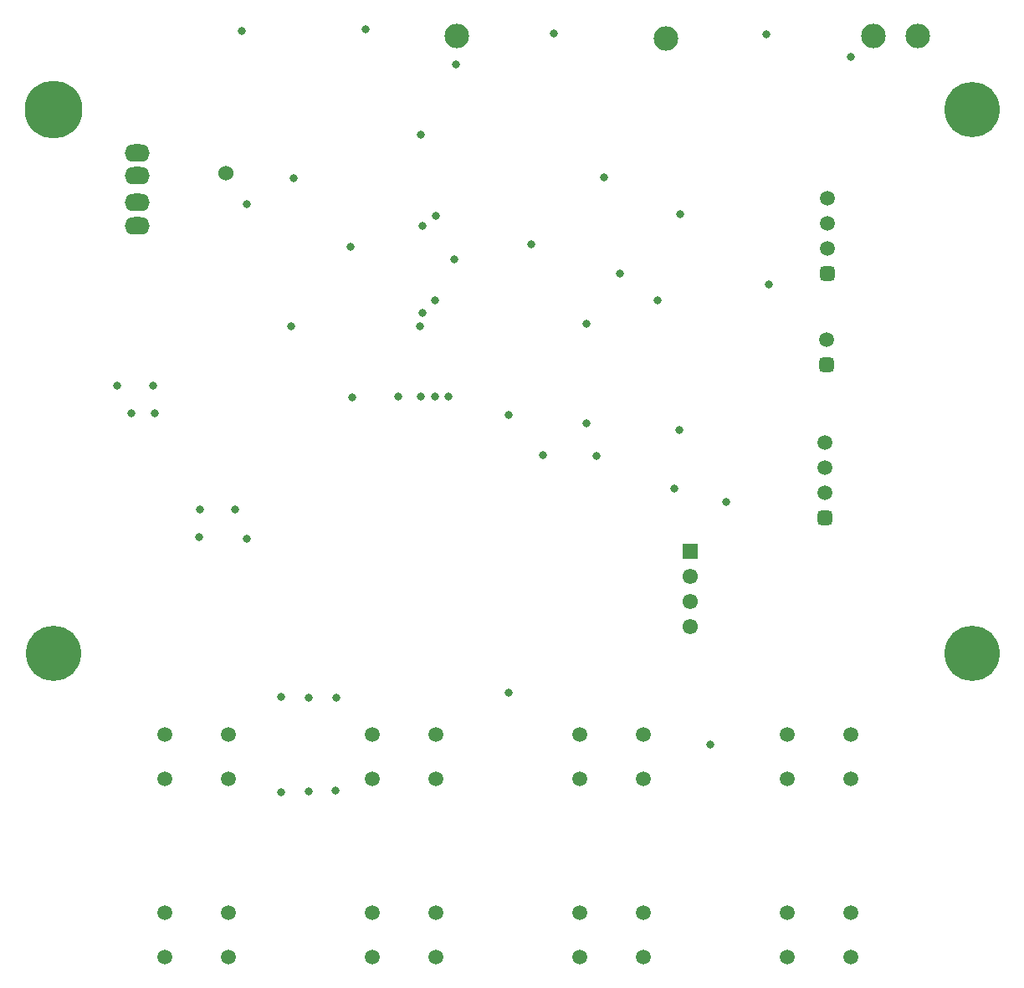
<source format=gbr>
%TF.GenerationSoftware,Altium Limited,Altium Designer,21.6.4 (81)*%
G04 Layer_Color=16711935*
%FSLAX43Y43*%
%MOMM*%
%TF.SameCoordinates,6460C9BA-4ACB-47D4-91E6-0B69D92CFE26*%
%TF.FilePolarity,Negative*%
%TF.FileFunction,Soldermask,Bot*%
%TF.Part,Single*%
G01*
G75*
%TA.AperFunction,ComponentPad*%
%ADD32O,2.540X1.778*%
%ADD33C,5.588*%
%ADD34C,5.842*%
%ADD35C,1.524*%
G04:AMPARAMS|DCode=36|XSize=1.5mm|YSize=1.5mm|CornerRadius=0.375mm|HoleSize=0mm|Usage=FLASHONLY|Rotation=90.000|XOffset=0mm|YOffset=0mm|HoleType=Round|Shape=RoundedRectangle|*
%AMROUNDEDRECTD36*
21,1,1.500,0.750,0,0,90.0*
21,1,0.750,1.500,0,0,90.0*
1,1,0.750,0.375,0.375*
1,1,0.750,0.375,-0.375*
1,1,0.750,-0.375,-0.375*
1,1,0.750,-0.375,0.375*
%
%ADD36ROUNDEDRECTD36*%
%ADD37C,1.500*%
%ADD38C,1.550*%
%ADD39R,1.550X1.550*%
%TA.AperFunction,ViaPad*%
%ADD40C,0.800*%
%TA.AperFunction,ComponentPad*%
%ADD43C,2.489*%
D32*
X13027Y80828D02*
D03*
Y75748D02*
D03*
Y83114D02*
D03*
Y78161D02*
D03*
D33*
X97500Y87500D02*
D03*
X4500Y32500D02*
D03*
X97500D02*
D03*
D34*
X4500Y87500D02*
D03*
D35*
X22000Y81082D02*
D03*
D36*
X82775Y61705D02*
D03*
X82550Y46190D02*
D03*
X82875Y70965D02*
D03*
D37*
X82775Y64245D02*
D03*
X82550Y48730D02*
D03*
Y51270D02*
D03*
Y53810D02*
D03*
X82875Y73505D02*
D03*
Y76045D02*
D03*
Y78585D02*
D03*
X15750Y6250D02*
D03*
Y1750D02*
D03*
X22250Y6250D02*
D03*
Y1750D02*
D03*
X85250D02*
D03*
Y6250D02*
D03*
X78750Y1750D02*
D03*
Y6250D02*
D03*
X43250Y1750D02*
D03*
Y6250D02*
D03*
X36750Y1750D02*
D03*
Y6250D02*
D03*
X64250Y1750D02*
D03*
Y6250D02*
D03*
X57750Y1750D02*
D03*
Y6250D02*
D03*
X78750Y24250D02*
D03*
Y19750D02*
D03*
X85250Y24250D02*
D03*
Y19750D02*
D03*
X57750Y24250D02*
D03*
Y19750D02*
D03*
X64250Y24250D02*
D03*
Y19750D02*
D03*
X36750Y24250D02*
D03*
Y19750D02*
D03*
X43250Y24250D02*
D03*
Y19750D02*
D03*
X15750Y24250D02*
D03*
Y19750D02*
D03*
X22250Y24250D02*
D03*
Y19750D02*
D03*
D38*
X69000Y35230D02*
D03*
Y37770D02*
D03*
Y40310D02*
D03*
D39*
Y42850D02*
D03*
D40*
X24100Y77975D02*
D03*
X76950Y69800D02*
D03*
X67925Y76925D02*
D03*
X85250Y92825D02*
D03*
X76650Y95150D02*
D03*
X55150Y95200D02*
D03*
X45225Y92125D02*
D03*
X36150Y95625D02*
D03*
X23550Y95500D02*
D03*
X58425Y65850D02*
D03*
X59475Y52425D02*
D03*
X58425Y55750D02*
D03*
X50575Y56650D02*
D03*
X50550Y28500D02*
D03*
X41625Y65600D02*
D03*
X41900Y66975D02*
D03*
X61825Y70925D02*
D03*
X60250Y80650D02*
D03*
X67325Y49175D02*
D03*
X34775Y58375D02*
D03*
X34625Y73650D02*
D03*
X65625Y68200D02*
D03*
X54087Y52538D02*
D03*
X45125Y72325D02*
D03*
X52875Y73850D02*
D03*
X24100Y44125D02*
D03*
X19225Y44250D02*
D03*
X22925Y47075D02*
D03*
X19325Y47050D02*
D03*
X12400Y56750D02*
D03*
X10975Y59575D02*
D03*
X14625Y59600D02*
D03*
X14775Y56775D02*
D03*
X72600Y47800D02*
D03*
X67900Y55050D02*
D03*
X71000Y23250D02*
D03*
X43175Y68175D02*
D03*
X39400Y58500D02*
D03*
X41700D02*
D03*
X43100D02*
D03*
X44475D02*
D03*
X33100Y18575D02*
D03*
X28850Y80575D02*
D03*
X28575Y65600D02*
D03*
X33125Y28000D02*
D03*
X30375D02*
D03*
X27600Y28100D02*
D03*
X30375Y18475D02*
D03*
X27600Y18450D02*
D03*
X41675Y84950D02*
D03*
X41875Y75725D02*
D03*
X43225Y76750D02*
D03*
D43*
X66525Y94750D02*
D03*
X92000Y95000D02*
D03*
X87500D02*
D03*
X45375D02*
D03*
%TF.MD5,45bd81b8e6b291e456713a6e4a0cd703*%
M02*

</source>
